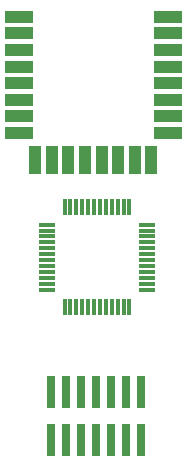
<source format=gbp>
G04*
G04 #@! TF.GenerationSoftware,Altium Limited,Altium Designer,26.1.1 (7)*
G04*
G04 Layer_Color=128*
%FSLAX25Y25*%
%MOIN*%
G70*
G04*
G04 #@! TF.SameCoordinates,2C92732F-79F3-4126-9C79-97B6404CCAC7*
G04*
G04*
G04 #@! TF.FilePolarity,Positive*
G04*
G01*
G75*
%ADD43R,0.01181X0.05807*%
%ADD44R,0.05807X0.01181*%
%ADD45R,0.02913X0.10984*%
%ADD46R,0.09646X0.03937*%
%ADD47R,0.03937X0.09646*%
D43*
X198445Y119339D02*
D03*
X200413D02*
D03*
X202382D02*
D03*
X194508Y152709D02*
D03*
X180728D02*
D03*
Y119339D02*
D03*
X198445Y152709D02*
D03*
X196476D02*
D03*
X182697Y119339D02*
D03*
Y152709D02*
D03*
X190571D02*
D03*
X188602D02*
D03*
X194508Y119339D02*
D03*
X190571D02*
D03*
X184665D02*
D03*
X192539Y152709D02*
D03*
X202382D02*
D03*
X188602Y119339D02*
D03*
X184665Y152709D02*
D03*
X192539Y119339D02*
D03*
X186634D02*
D03*
Y152709D02*
D03*
X200413D02*
D03*
X196476Y119339D02*
D03*
D44*
X208240Y129134D02*
D03*
Y125197D02*
D03*
X174870Y146850D02*
D03*
X208240Y131102D02*
D03*
Y133071D02*
D03*
Y135039D02*
D03*
Y137008D02*
D03*
Y127165D02*
D03*
X174870Y144882D02*
D03*
Y140945D02*
D03*
Y142913D02*
D03*
Y131102D02*
D03*
Y127165D02*
D03*
Y133071D02*
D03*
Y129134D02*
D03*
X208240Y140945D02*
D03*
X174870Y135039D02*
D03*
X208240Y142913D02*
D03*
X174870Y125197D02*
D03*
Y137008D02*
D03*
X208240Y146850D02*
D03*
Y138976D02*
D03*
X174870D02*
D03*
X208240Y144882D02*
D03*
D45*
X201319Y74953D02*
D03*
X196319D02*
D03*
X191319D02*
D03*
X176319D02*
D03*
X201319Y90976D02*
D03*
X181319D02*
D03*
X176319D02*
D03*
X196319D02*
D03*
X186319D02*
D03*
X191319D02*
D03*
X206319D02*
D03*
X181319Y74953D02*
D03*
X186319D02*
D03*
X206319D02*
D03*
D46*
X165532Y205079D02*
D03*
X215098Y177520D02*
D03*
X165532Y216102D02*
D03*
Y210591D02*
D03*
Y199567D02*
D03*
X215098Y205079D02*
D03*
X165532Y188543D02*
D03*
Y177520D02*
D03*
Y183031D02*
D03*
X215098Y210591D02*
D03*
X165532Y194055D02*
D03*
X215098Y183031D02*
D03*
Y188543D02*
D03*
Y194055D02*
D03*
Y199567D02*
D03*
Y216102D02*
D03*
D47*
X171024Y168484D02*
D03*
X176535D02*
D03*
X182047D02*
D03*
X187559D02*
D03*
X193071D02*
D03*
X198583D02*
D03*
X204095D02*
D03*
X209606D02*
D03*
M02*

</source>
